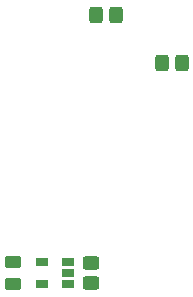
<source format=gbr>
G04 #@! TF.GenerationSoftware,KiCad,Pcbnew,(5.99.0-8366-gd64f1b3b25)*
G04 #@! TF.CreationDate,2021-01-13T01:42:35+02:00*
G04 #@! TF.ProjectId,board,626f6172-642e-46b6-9963-61645f706362,1.0.0*
G04 #@! TF.SameCoordinates,Original*
G04 #@! TF.FileFunction,Paste,Bot*
G04 #@! TF.FilePolarity,Positive*
%FSLAX46Y46*%
G04 Gerber Fmt 4.6, Leading zero omitted, Abs format (unit mm)*
G04 Created by KiCad (PCBNEW (5.99.0-8366-gd64f1b3b25)) date 2021-01-13 01:42:35*
%MOMM*%
%LPD*%
G01*
G04 APERTURE LIST*
G04 Aperture macros list*
%AMRoundRect*
0 Rectangle with rounded corners*
0 $1 Rounding radius*
0 $2 $3 $4 $5 $6 $7 $8 $9 X,Y pos of 4 corners*
0 Add a 4 corners polygon primitive as box body*
4,1,4,$2,$3,$4,$5,$6,$7,$8,$9,$2,$3,0*
0 Add four circle primitives for the rounded corners*
1,1,$1+$1,$2,$3*
1,1,$1+$1,$4,$5*
1,1,$1+$1,$6,$7*
1,1,$1+$1,$8,$9*
0 Add four rect primitives between the rounded corners*
20,1,$1+$1,$2,$3,$4,$5,0*
20,1,$1+$1,$4,$5,$6,$7,0*
20,1,$1+$1,$6,$7,$8,$9,0*
20,1,$1+$1,$8,$9,$2,$3,0*%
G04 Aperture macros list end*
%ADD10RoundRect,0.250000X-0.450000X0.325000X-0.450000X-0.325000X0.450000X-0.325000X0.450000X0.325000X0*%
%ADD11RoundRect,0.250000X-0.325000X-0.450000X0.325000X-0.450000X0.325000X0.450000X-0.325000X0.450000X0*%
%ADD12R,1.060000X0.650000*%
%ADD13RoundRect,0.250000X-0.450000X0.262500X-0.450000X-0.262500X0.450000X-0.262500X0.450000X0.262500X0*%
G04 APERTURE END LIST*
D10*
X129794000Y-71794000D03*
X129794000Y-73494000D03*
D11*
X135802000Y-54864000D03*
X137502000Y-54864000D03*
X130214000Y-50800000D03*
X131914000Y-50800000D03*
D12*
X127846000Y-71694000D03*
X127846000Y-72644000D03*
X127846000Y-73594000D03*
X125646000Y-73594000D03*
X125646000Y-71694000D03*
D13*
X123190000Y-71731500D03*
X123190000Y-73556500D03*
M02*

</source>
